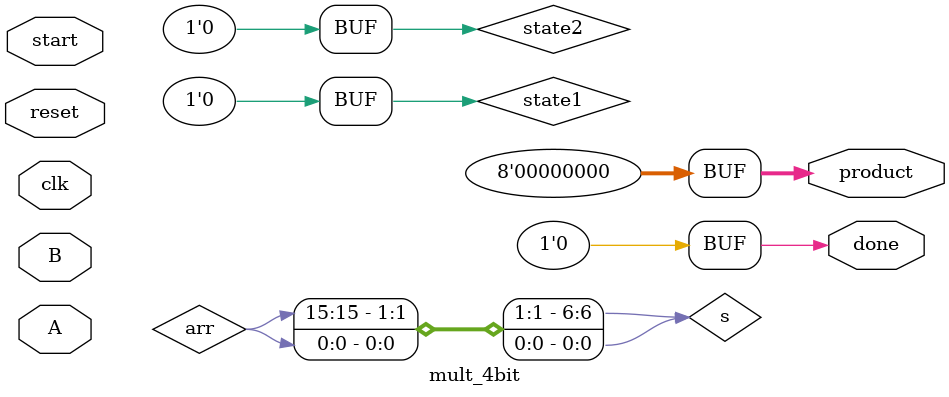
<source format=v>
`include "full.v"

module mult_4bit(A,B,product,clk,reset,start,done);

input [3:0]A;
input [3:0]B;
input start,clk,reset;
output reg  done = 0;
reg state1;
reg state2;
wire [15:0]arr;
wire [15:0]s;
wire [15:0]ci;
reg [15:0]r;
reg [15:0]r1;
output reg [7:0]product;
//r2_8 has the final carry 
reg r2_8;
wire s_16;

assign arr[0] = A[0] & B[0]; 
assign arr[1] = A[1] & B[0];
assign arr[2] = A[0] & B[1]; 
assign arr[3] = B[0] & A[2]; 
assign arr[4] = B[1] & A[1]; 
assign arr[5] = A[0] & B[2];
assign arr[6] = A[3] & B[0];
assign arr[7] = A[2] & B[1];
assign arr[8] = A[1] & B[2];
assign arr[9] = A[0] & B[3];
assign arr[10] = A[3] & B[1];
assign arr[11] = A[2] & B[2];
assign arr[12] = A[1] & B[3];
assign arr[13] = A[3] & B[2];
assign arr[14] = A[2] & B[3];
assign arr[15] = B[3] & A[3];

assign s[0] = arr[0];

hf hf1(arr[1], arr[2], s[1], ci[0]);
full f1(arr[3], arr[4], arr[5], s[2], ci[1]);
full f2(arr[6], arr[7], arr[8], s[3], ci[2]);
full f3(arr[10], arr[11], arr[12], s[4], ci[3]);
hf hf2(arr[13], arr[14], s[5], ci[4]);
assign s[6] = arr[15];

//pipe 1
hf hf3(r[2], r[7], s[7], ci[5]);
full f4(r[3], r[8], r[13], s[8], ci[6]);
hf hf4(r[4], r[9], s[9], ci[7]);
hf hf5(r[5], r[10], s[10], ci[8]);
hf hf6(r[12], r[11], s[11], ci[9]); //r12 is s6

//pipe 2
hf hf7(r1[1],r1[5],s[12],ci[10]);
full f5(r1[2],r1[6],ci[10],s[13],ci[11]);
full f6(r1[3],r1[7],ci[11],s[14],ci[12]);
full f7(r1[4],r1[8],ci[12],s[15],ci[13]);
hf hf8(r1[9],ci[13],s_16,ci[14]); 

always @(start == 0 || reset == 0)
begin
done <= 0;
state1 <= 0;
state2 <= 0;
product <= 0;
end
/*
always @(start == 1 && done == 1)
begin
done <= 0;
#2
done <= 1;
end
*/

always@(posedge clk)
begin
if(reset == 1 && start == 1 && state1 == 0)
begin
r[5:0] <= s[5:0];	
r[6] <= arr[15];
r[11:7] <= ci[4:0];
r[12] <= s[6];
r[13] <= arr[9];
state1 <= 1;
end

if (reset == 1 && start == 1 && state1 == 1 && state2 == 0)
begin
	r1[4:0] <= s[11:7];
	r1[9:5] <= ci[9:5];
        r1[10] <= r[0];
	r1[11] <= r[1];	
	state1 <= 0;
	state2 <= 1;
end

if (reset == 1 && start == 1 && state2 == 1)
begin
	product[0] <= r1[10];
	product[1] <= r1[11];
	product[2] <= r1[0];
	product[6:3] <= s[15:12];
	product[7] <= s_16;
	r2_8 <= ci[14];
	done <= 1;
	state2 <= 0;
end
end
/*
always @(done == 1 && state2 == 0 or posedge clk)
begin
done <= 0;
//#2
//done <= 1;
end
*/
endmodule

</source>
